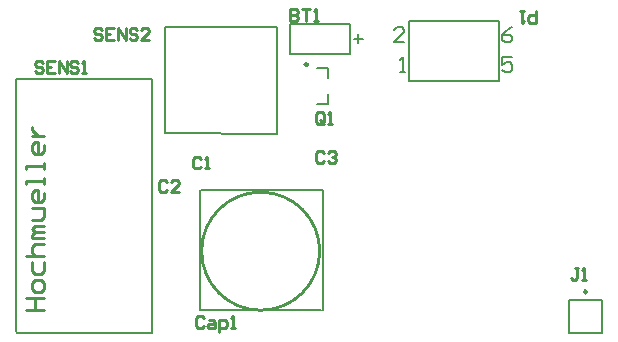
<source format=gto>
G04 Layer_Color=65535*
%FSLAX25Y25*%
%MOIN*%
G70*
G01*
G75*
%ADD16C,0.01000*%
%ADD29C,0.00984*%
%ADD30C,0.00787*%
%ADD31C,0.00591*%
%ADD32C,0.00800*%
D16*
X102362Y31496D02*
G03*
X102362Y31496I-19685J0D01*
G01*
X4632Y11811D02*
X10630D01*
X7631D01*
Y15810D01*
X4632D01*
X10630D01*
Y18809D02*
Y20808D01*
X9630Y21808D01*
X7631D01*
X6631Y20808D01*
Y18809D01*
X7631Y17809D01*
X9630D01*
X10630Y18809D01*
X6631Y27806D02*
Y24807D01*
X7631Y23807D01*
X9630D01*
X10630Y24807D01*
Y27806D01*
X4632Y29805D02*
X10630D01*
X7631D01*
X6631Y30805D01*
Y32804D01*
X7631Y33804D01*
X10630D01*
Y35803D02*
X6631D01*
Y36803D01*
X7631Y37803D01*
X10630D01*
X7631D01*
X6631Y38802D01*
X7631Y39802D01*
X10630D01*
X6631Y41801D02*
X9630D01*
X10630Y42801D01*
Y45800D01*
X6631D01*
X10630Y50798D02*
Y48799D01*
X9630Y47799D01*
X7631D01*
X6631Y48799D01*
Y50798D01*
X7631Y51798D01*
X8631D01*
Y47799D01*
X10630Y53797D02*
Y55797D01*
Y54797D01*
X4632D01*
Y53797D01*
X10630Y58796D02*
Y60795D01*
Y59795D01*
X4632D01*
Y58796D01*
X10630Y66793D02*
Y64794D01*
X9630Y63794D01*
X7631D01*
X6631Y64794D01*
Y66793D01*
X7631Y67793D01*
X8631D01*
Y63794D01*
X6631Y69792D02*
X10630D01*
X8631D01*
X7631Y70792D01*
X6631Y71792D01*
Y72791D01*
X29789Y105091D02*
X29133Y105747D01*
X27821D01*
X27165Y105091D01*
Y104435D01*
X27821Y103779D01*
X29133D01*
X29789Y103123D01*
Y102467D01*
X29133Y101811D01*
X27821D01*
X27165Y102467D01*
X33725Y105747D02*
X31101D01*
Y101811D01*
X33725D01*
X31101Y103779D02*
X32413D01*
X35037Y101811D02*
Y105747D01*
X37661Y101811D01*
Y105747D01*
X41596Y105091D02*
X40940Y105747D01*
X39628D01*
X38973Y105091D01*
Y104435D01*
X39628Y103779D01*
X40940D01*
X41596Y103123D01*
Y102467D01*
X40940Y101811D01*
X39628D01*
X38973Y102467D01*
X45532Y101811D02*
X42908D01*
X45532Y104435D01*
Y105091D01*
X44876Y105747D01*
X43564D01*
X42908Y105091D01*
X10104Y94225D02*
X9448Y94881D01*
X8136D01*
X7480Y94225D01*
Y93569D01*
X8136Y92913D01*
X9448D01*
X10104Y92257D01*
Y91601D01*
X9448Y90945D01*
X8136D01*
X7480Y91601D01*
X14040Y94881D02*
X11416D01*
Y90945D01*
X14040D01*
X11416Y92913D02*
X12728D01*
X15352Y90945D02*
Y94881D01*
X17976Y90945D01*
Y94881D01*
X21911Y94225D02*
X21255Y94881D01*
X19943D01*
X19287Y94225D01*
Y93569D01*
X19943Y92913D01*
X21255D01*
X21911Y92257D01*
Y91601D01*
X21255Y90945D01*
X19943D01*
X19287Y91601D01*
X23223Y90945D02*
X24535D01*
X23879D01*
Y94881D01*
X23223Y94225D01*
X174409Y111417D02*
Y107482D01*
X172442D01*
X171786Y108138D01*
Y109450D01*
X172442Y110105D01*
X174409D01*
X170474Y111417D02*
X169162D01*
X169818D01*
Y107482D01*
X170474Y108138D01*
X188629Y25859D02*
X187317D01*
X187973D01*
Y22579D01*
X187317Y21923D01*
X186662D01*
X186005Y22579D01*
X189941Y21923D02*
X191253D01*
X190597D01*
Y25859D01*
X189941Y25203D01*
X103805Y64303D02*
X103149Y64959D01*
X101837D01*
X101181Y64303D01*
Y61680D01*
X101837Y61024D01*
X103149D01*
X103805Y61680D01*
X105117Y64303D02*
X105773Y64959D01*
X107085D01*
X107741Y64303D01*
Y63647D01*
X107085Y62991D01*
X106429D01*
X107085D01*
X107741Y62335D01*
Y61680D01*
X107085Y61024D01*
X105773D01*
X105117Y61680D01*
X51443Y54461D02*
X50787Y55117D01*
X49475D01*
X48819Y54461D01*
Y51837D01*
X49475Y51181D01*
X50787D01*
X51443Y51837D01*
X55379Y51181D02*
X52755D01*
X55379Y53805D01*
Y54461D01*
X54722Y55117D01*
X53411D01*
X52755Y54461D01*
X62860Y62335D02*
X62204Y62991D01*
X60892D01*
X60236Y62335D01*
Y59711D01*
X60892Y59055D01*
X62204D01*
X62860Y59711D01*
X64172Y59055D02*
X65484D01*
X64828D01*
Y62991D01*
X64172Y62335D01*
X63647Y9185D02*
X62991Y9841D01*
X61680D01*
X61024Y9185D01*
Y6561D01*
X61680Y5906D01*
X62991D01*
X63647Y6561D01*
X65615Y8529D02*
X66927D01*
X67583Y7873D01*
Y5906D01*
X65615D01*
X64959Y6561D01*
X65615Y7217D01*
X67583D01*
X68895Y4594D02*
Y8529D01*
X70863D01*
X71519Y7873D01*
Y6561D01*
X70863Y5906D01*
X68895D01*
X72831D02*
X74143D01*
X73487D01*
Y9841D01*
X72831Y9185D01*
X103805Y74672D02*
Y77296D01*
X103149Y77952D01*
X101837D01*
X101181Y77296D01*
Y74672D01*
X101837Y74016D01*
X103149D01*
X102493Y75328D02*
X103805Y74016D01*
X103149D02*
X103805Y74672D01*
X105117Y74016D02*
X106429D01*
X105773D01*
Y77952D01*
X105117Y77296D01*
X92520Y112204D02*
Y108268D01*
X94488D01*
X95144Y108924D01*
Y109580D01*
X94488Y110236D01*
X92520D01*
X94488D01*
X95144Y110891D01*
Y111548D01*
X94488Y112204D01*
X92520D01*
X96455D02*
X99079D01*
X97767D01*
Y108268D01*
X100391D02*
X101703D01*
X101047D01*
Y112204D01*
X100391Y111548D01*
D29*
X191437Y17913D02*
G03*
X191437Y17913I-492J0D01*
G01*
X98425Y93701D02*
G03*
X98425Y93701I-492J0D01*
G01*
D30*
X46378Y4331D02*
Y88976D01*
X1102D02*
X3465D01*
X46378D01*
X1496Y4331D02*
X46378D01*
X1102Y4724D02*
X1496Y4331D01*
X1102Y4724D02*
Y88976D01*
X92362Y97362D02*
Y107362D01*
X112362D01*
Y97362D02*
Y107362D01*
X92362Y97362D02*
X112362D01*
X185433Y15354D02*
X196457D01*
X196457Y4331D02*
Y15354D01*
X185433Y4331D02*
X196457D01*
X185433Y4331D02*
Y15354D01*
X143078Y88150D02*
X162244D01*
X132244D02*
X162244D01*
X132244Y108150D02*
X162244D01*
X132244Y88150D02*
Y108150D01*
X162244Y88150D02*
Y108150D01*
X101575Y92520D02*
X105118D01*
Y89370D02*
Y92520D01*
X101575Y80709D02*
X105118D01*
Y83858D01*
X50787Y70748D02*
X88189Y70709D01*
X60039Y106083D02*
X78543D01*
X88189D01*
Y70709D02*
Y106083D01*
X50787Y70748D02*
Y106083D01*
X60039D01*
X62795Y51968D02*
X83071D01*
X62402Y11811D02*
Y51968D01*
X72539Y11877D02*
X92815D01*
X103347Y11811D02*
Y51575D01*
X83071Y51968D02*
X103347D01*
X62402Y11877D02*
X72539D01*
X92815D02*
X102953D01*
D31*
X116811Y102371D02*
X113794D01*
X115302Y100862D02*
Y103879D01*
D32*
X129244Y91150D02*
X130910D01*
X130077D01*
Y96148D01*
X129244Y95315D01*
X130576Y101150D02*
X127244D01*
X130576Y104482D01*
Y105315D01*
X129743Y106148D01*
X128077D01*
X127244Y105315D01*
X166576Y96148D02*
X163244D01*
Y93649D01*
X164910Y94482D01*
X165743D01*
X166576Y93649D01*
Y91983D01*
X165743Y91150D01*
X164077D01*
X163244Y91983D01*
X166576Y106148D02*
X164910Y105315D01*
X163244Y103649D01*
Y101983D01*
X164077Y101150D01*
X165743D01*
X166576Y101983D01*
Y102816D01*
X165743Y103649D01*
X163244D01*
M02*

</source>
